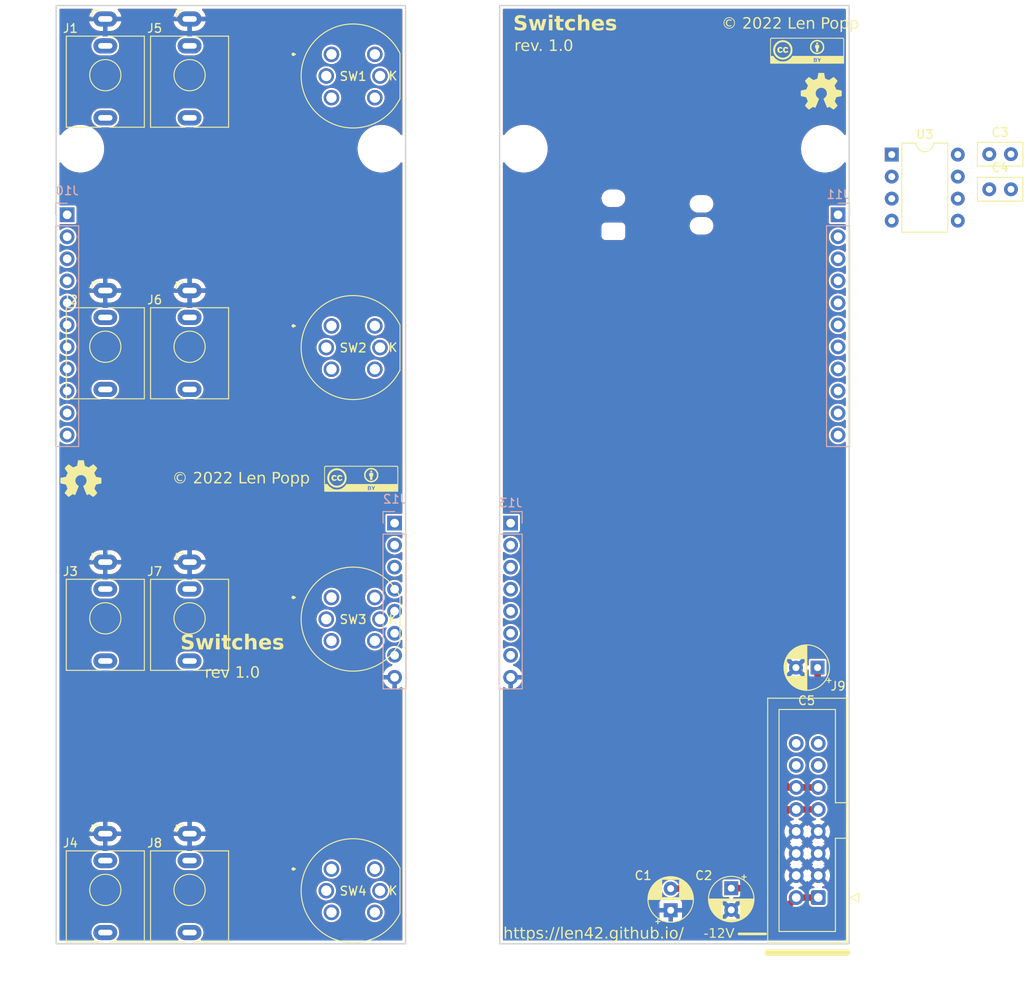
<source format=kicad_pcb>
(kicad_pcb (version 20221018) (generator pcbnew)
  (title_block (title "Switches") (date "2023-10-12") (rev "1.0") (company "Len Popp") (comment 1 "Copyright © 2023 Len Popp CC BY") (comment 2 "Board settings comply with requirements of OSH Park https://oshpark.com/") (comment 3 "Eurorack muting module - 8HP"))
  (layers (0 "F.Cu" signal) (31 "B.Cu" signal) (36 "B.SilkS" user "B.Silkscreen") (37 "F.SilkS" user "F.Silkscreen") (38 "B.Mask" user) (39 "F.Mask" user) (44 "Edge.Cuts" user))
  (property "MODULE" "Switches")
  (net 0 "")
  (net 1 "+12V")
  (net 2 "GND")
  (net 3 "-12V")
  (net 4 "+5V")
  (net 7 "IN-GATE-1")
  (net 9 "OUT-1")
  (net 17 "IN-GATE-2")
  (net 19 "OUT-2")
  (net 20 "IN-GATE-BUS")
  (net 26 "Net-(J10-Pin_2)")
  (net 33 "Net-(J10-Pin_3)")
  (net 34 "Net-(J10-Pin_4)")
  (net 35 "Net-(J10-Pin_5)")
  (net 36 "Net-(J10-Pin_6)")
  (net 37 "Net-(J10-Pin_7)")
  (net 38 "Net-(J10-Pin_8)")
  (net 39 "Net-(J10-Pin_9)")
  (net 40 "Net-(J12-Pin_1)")
  (net 41 "Net-(J12-Pin_2)")
  (net 42 "Net-(J12-Pin_3)")
  (net 43 "Net-(J12-Pin_4)")
  (net 44 "Net-(J12-Pin_5)")
  (net 45 "Net-(J12-Pin_6)")
  (net 46 "Net-(J12-Pin_7)")
  (footprint "-lmp-misc:CP_Radial_D5.0mm_P2.50mm" (layer "F.Cu") (at 178.181 138.621888 -90)
    (fp_text reference "C2" (at -1.461888 3.175) (layer "F.SilkS"))
    (fp_text value "10U")
    (pad "1" thru_hole rect (at 0 0 270) (size 1.6 1.6) (drill 0.8) (layers "*.Cu" "*.Mask") (net 1 "+12V"))
    (pad "2" thru_hole circle (at 2.5 0 270) (size 1.6 1.6) (drill 0.8) (layers "*.Cu" "*.Mask") (net 2 "GND"))
  )
  (footprint "-lmp-synth:Jack_3.5mm_QingPu_WQP-PJ398SM_Vertical" (layer "F.Cu") (at 115.7175 132.334)
    (fp_text reference "J8" (at -4.03 1.08 180) (layer "F.SilkS"))
    (fp_text value "WQP-PJ398")
    (pad "S" thru_hole oval (at 0 0 180) (size 2.75 1.75) (drill oval 1.65 0.65) (layers "*.Cu" "*.Mask") (net 2 "GND"))
    (pad "T" thru_hole oval (at 0 11.4 180) (size 2.75 1.75) (drill oval 1.65 0.65) (layers "*.Cu" "*.Mask"))
    (pad "TN" thru_hole oval (at 0 3.1 180) (size 2.75 1.75) (drill oval 1.65 0.65) (layers "*.Cu" "*.Mask"))
  )
  (footprint "-lmp-misc:CP_Radial_D5.0mm_P2.50mm" (layer "F.Cu") (at 171.196 141.161888 90)
    (fp_text reference "C1" (at 4.001888 -3.175 180) (layer "F.SilkS"))
    (fp_text value "10U")
    (pad "1" thru_hole rect (at 0 0 90) (size 1.6 1.6) (drill 0.8) (layers "*.Cu" "*.Mask") (net 2 "GND"))
    (pad "2" thru_hole circle (at 2.5 0 90) (size 1.6 1.6) (drill 0.8) (layers "*.Cu" "*.Mask") (net 3 "-12V"))
  )
  (footprint "-lmp-synth:Jack_3.5mm_QingPu_WQP-PJ398SM_Vertical" (layer "F.Cu") (at 106 38.384)
    (fp_text reference "J1" (at -4.03 1.08 180) (layer "F.SilkS"))
    (fp_text value "WQP-PJ398")
    (pad "S" thru_hole oval (at 0 0 180) (size 2.75 1.75) (drill oval 1.65 0.65) (layers "*.Cu" "*.Mask") (net 2 "GND"))
    (pad "T" thru_hole oval (at 0 11.4 180) (size 2.75 1.75) (drill oval 1.65 0.65) (layers "*.Cu" "*.Mask") (net 7 "IN-GATE-1"))
    (pad "TN" thru_hole oval (at 0 3.1 180) (size 2.75 1.75) (drill oval 1.65 0.65) (layers "*.Cu" "*.Mask") (net 20 "IN-GATE-BUS"))
  )
  (footprint "-lmp-misc:Logo_CC_BY" (layer "F.Cu") (at 186.9186 42.037)
    (fp_text reference "G1" hide)
    (fp_text value "Logo_CC_BY" hide)
  )
  (footprint "-lmp-holes:MountingHole_PCB_3.2mm_M3" (layer "F.Cu") (at 188.976 53.34)
    (fp_text reference "H4" hide)
    (fp_text value "MountingHole_M3")
    (pad "" np_thru_hole circle locked (at 0 0) (size 3.2 3.2) (drill 3.2) (layers "*.Cu" "*.Mask"))
  )
  (footprint "-lmp-holes:MountingHole_PCB_3.2mm_M3" (layer "F.Cu") (at 103.124 53.34)
    (fp_text reference "H1" hide)
    (fp_text value "MountingHole_M3")
    (pad "" np_thru_hole circle locked (at 0 0) (size 3.2 3.2) (drill 3.2) (layers "*.Cu" "*.Mask"))
  )
  (footprint "-lmp-holes:MountingHole_PCB_3.2mm_M3" (layer "F.Cu") (at 137.836 53.34)
    (fp_text reference "H2" hide)
    (fp_text value "MountingHole_M3")
    (pad "" np_thru_hole circle locked (at 0 0) (size 3.2 3.2) (drill 3.2) (layers "*.Cu" "*.Mask"))
  )
  (footprint "-lmp-holes:MountingHole_PCB_3.2mm_M3" (layer "F.Cu") (at 154.264 53.34)
    (fp_text reference "H3" hide)
    (fp_text value "MountingHole_M3")
    (pad "" np_thru_hole circle locked (at 0 0) (size 3.2 3.2) (drill 3.2) (layers "*.Cu" "*.Mask"))
  )
  (footprint "-lmp-synth:IDC-Header-Eurorack-16-TH" (layer "F.Cu") (at 188.214 139.7 180)
    (fp_text reference "J9" (at -2.286 24.384 180) (layer "F.SilkS"))
    (fp_text value "Conn_Eurorack_16")
    (pad "1" thru_hole roundrect (at 0 0 180) (size 1.7 1.7) (drill 1) (layers "*.Cu" "*.Mask") (roundrect_rratio 0.147059) (net 3 "-12V"))
    (pad "2" thru_hole circle (at 2.54 0 180) (size 1.7 1.7) (drill 1) (layers "*.Cu" "*.Mask") (net 3 "-12V"))
    (pad "3" thru_hole circle (at 0 2.54 180) (size 1.7 1.7) (drill 1) (layers "*.Cu" "*.Mask") (net 2 "GND"))
    (pad "4" thru_hole circle (at 2.54 2.54 180) (size 1.7 1.7) (drill 1) (layers "*.Cu" "*.Mask") (net 2 "GND"))
    (pad "5" thru_hole circle (at 0 5.08 180) (size 1.7 1.7) (drill 1) (layers "*.Cu" "*.Mask") (net 2 "GND"))
    (pad "6" thru_hole circle (at 2.54 5.08 180) (size 1.7 1.7) (drill 1) (layers "*.Cu" "*.Mask") (net 2 "GND"))
    (pad "7" thru_hole circle (at 0 7.62 180) (size 1.7 1.7) (drill 1) (layers "*.Cu" "*.Mask") (net 2 "GND"))
    (pad "8" thru_hole circle (at 2.54 7.62 180) (size 1.7 1.7) (drill 1) (layers "*.Cu" "*.Mask") (net 2 "GND"))
    (pad "9" thru_hole circle (at 0 10.16 180) (size 1.7 1.7) (drill 1) (layers "*.Cu" "*.Mask") (net 1 "+12V"))
    (pad "10" thru_hole circle (at 2.54 10.16 180) (size 1.7 1.7) (drill 1) (layers "*.Cu" "*.Mask") (net 1 "+12V"))
    (pad "11" thru_hole circle (at 0 12.7 180) (size 1.7 1.7) (drill 1) (layers "*.Cu" "*.Mask") (net 4 "+5V"))
    (pad "12" thru_hole circle (at 2.54 12.7 180) (size 1.7 1.7) (drill 1) (layers "*.Cu" "*.Mask") (net 4 "+5V"))
    (pad "13" thru_hole circle (at 0 15.24 180) (size 1.7 1.7) (drill 1) (layers "*.Cu" "*.Mask"))
    (pad "14" thru_hole circle (at 2.54 15.24 180) (size 1.7 1.7) (drill 1) (layers "*.Cu" "*.Mask"))
    (pad "15" thru_hole circle (at 0 17.78 180) (size 1.7 1.7) (drill 1) (layers "*.Cu" "*.Mask"))
    (pad "16" thru_hole circle (at 2.54 17.78 180) (size 1.7 1.7) (drill 1) (layers "*.Cu" "*.Mask"))
  )
  (footprint "-lmp-synth:Jack_3.5mm_QingPu_WQP-PJ398SM_Vertical" (layer "F.Cu") (at 115.7175 101.017333)
    (fp_text reference "J7" (at -4.03 1.08 180) (layer "F.SilkS"))
    (fp_text value "WQP-PJ398")
    (pad "S" thru_hole oval (at 0 0 180) (size 2.75 1.75) (drill oval 1.65 0.65) (layers "*.Cu" "*.Mask") (net 2 "GND"))
    (pad "T" thru_hole oval (at 0 11.4 180) (size 2.75 1.75) (drill oval 1.65 0.65) (layers "*.Cu" "*.Mask"))
    (pad "TN" thru_hole oval (at 0 3.1 180) (size 2.75 1.75) (drill oval 1.65 0.65) (layers "*.Cu" "*.Mask"))
  )
  (footprint "-lmp-synth:Jack_3.5mm_QingPu_WQP-PJ398SM_Vertical" (layer "F.Cu") (at 106 69.700667)
    (fp_text reference "J2" (at -4.03 1.08 180) (layer "F.SilkS"))
    (fp_text value "WQP-PJ398")
    (pad "S" thru_hole oval (at 0 0 180) (size 2.75 1.75) (drill oval 1.65 0.65) (layers "*.Cu" "*.Mask") (net 2 "GND"))
    (pad "T" thru_hole oval (at 0 11.4 180) (size 2.75 1.75) (drill oval 1.65 0.65) (layers "*.Cu" "*.Mask") (net 9 "OUT-1"))
    (pad "TN" thru_hole oval (at 0 3.1 180) (size 2.75 1.75) (drill oval 1.65 0.65) (layers "*.Cu" "*.Mask"))
  )
  (footprint "-lmp-misc:CP_Radial_D5.0mm_P2.50mm" (layer "F.Cu") (at 188.14 113.1824 180)
    (fp_text reference "C5" (at 1.27 -3.81) (layer "F.SilkS"))
    (fp_text value "10U")
    (pad "1" thru_hole rect (at 0 0 180) (size 1.6 1.6) (drill 0.8) (layers "*.Cu" "*.Mask") (net 4 "+5V"))
    (pad "2" thru_hole circle (at 2.5 0 180) (size 1.6 1.6) (drill 0.8) (layers "*.Cu" "*.Mask") (net 2 "GND"))
  )
  (footprint "-lmp-misc:Logo_OSHW" (layer "F.Cu") (at 188.5696 46.736)
    (fp_text reference "G3" hide)
    (fp_text value "Logo_OSHW" hide)
  )
  (footprint "-lmp-misc:Logo_CC_BY" (layer "F.Cu") (at 135.5 91.4)
    (fp_text reference "G2" hide)
    (fp_text value "Logo_CC_BY" hide)
  )
  (footprint "-lmp-misc:Logo_OSHW" (layer "F.Cu") (at 103.2 91.4)
    (fp_text reference "G4" hide)
    (fp_text value "Logo_OSHW" hide)
  )
  (footprint "-lmp-synth:Jack_3.5mm_QingPu_WQP-PJ398SM_Vertical" (layer "F.Cu") (at 115.7175 38.384)
    (fp_text reference "J5" (at -4.03 1.08 180) (layer "F.SilkS"))
    (fp_text value "WQP-PJ398")
    (pad "S" thru_hole oval (at 0 0 180) (size 2.75 1.75) (drill oval 1.65 0.65) (layers "*.Cu" "*.Mask") (net 2 "GND"))
    (pad "T" thru_hole oval (at 0 11.4 180) (size 2.75 1.75) (drill oval 1.65 0.65) (layers "*.Cu" "*.Mask") (net 17 "IN-GATE-2"))
    (pad "TN" thru_hole oval (at 0 3.1 180) (size 2.75 1.75) (drill oval 1.65 0.65) (layers "*.Cu" "*.Mask") (net 7 "IN-GATE-1"))
  )
  (footprint "-lmp-synth:Jack_3.5mm_QingPu_WQP-PJ398SM_Vertical" (layer "F.Cu") (at 115.7175 69.700667)
    (fp_text reference "J6" (at -4.03 1.08 180) (layer "F.SilkS"))
    (fp_text value "WQP-PJ398")
    (pad "S" thru_hole oval (at 0 0 180) (size 2.75 1.75) (drill oval 1.65 0.65) (layers "*.Cu" "*.Mask") (net 2 "GND"))
    (pad "T" thru_hole oval (at 0 11.4 180) (size 2.75 1.75) (drill oval 1.65 0.65) (layers "*.Cu" "*.Mask") (net 19 "OUT-2"))
    (pad "TN" thru_hole oval (at 0 3.1 180) (size 2.75 1.75) (drill oval 1.65 0.65) (layers "*.Cu" "*.Mask"))
  )
  (footprint "-lmp-synth:Jack_3.5mm_QingPu_WQP-PJ398SM_Vertical" (layer "F.Cu") (at 106 101.017333)
    (fp_text reference "J3" (at -4.03 1.08 180) (layer "F.SilkS"))
    (fp_text value "WQP-PJ398")
    (pad "S" thru_hole oval (at 0 0 180) (size 2.75 1.75) (drill oval 1.65 0.65) (layers "*.Cu" "*.Mask") (net 2 "GND"))
    (pad "T" thru_hole oval (at 0 11.4 180) (size 2.75 1.75) (drill oval 1.65 0.65) (layers "*.Cu" "*.Mask"))
    (pad "TN" thru_hole oval (at 0 3.1 180) (size 2.75 1.75) (drill oval 1.65 0.65) (layers "*.Cu" "*.Mask"))
  )
  (footprint "-lmp-synth:Jack_3.5mm_QingPu_WQP-PJ398SM_Vertical" (layer "F.Cu") (at 106 132.334)
    (fp_text reference "J4" (at -4.03 1.08 180) (layer "F.SilkS"))
    (fp_text value "WQP-PJ398")
    (pad "S" thru_hole oval (at 0 0 180) (size 2.75 1.75) (drill oval 1.65 0.65) (layers "*.Cu" "*.Mask") (net 2 "GND"))
    (pad "T" thru_hole oval (at 0 11.4 180) (size 2.75 1.75) (drill oval 1.65 0.65) (layers "*.Cu" "*.Mask"))
    (pad "TN" thru_hole oval (at 0 3.1 180) (size 2.75 1.75) (drill oval 1.65 0.65) (layers "*.Cu" "*.Mask"))
  )
  (footprint "Package_DIP:DIP-8_W7.62mm" (layer "F.Cu") (at 196.687 54.023)
    (fp_text reference "U3" (at 3.81 -2.33) (layer "F.SilkS"))
    (fp_text value "TL072")
    (pad "1" thru_hole rect (at 0 0) (size 1.6 1.6) (drill 0.8) (layers "*.Cu" "*.Mask"))
    (pad "2" thru_hole oval (at 0 2.54) (size 1.6 1.6) (drill 0.8) (layers "*.Cu" "*.Mask"))
    (pad "3" thru_hole oval (at 0 5.08) (size 1.6 1.6) (drill 0.8) (layers "*.Cu" "*.Mask"))
    (pad "4" thru_hole oval (at 0 7.62) (size 1.6 1.6) (drill 0.8) (layers "*.Cu" "*.Mask") (net 3 "-12V"))
    (pad "5" thru_hole oval (at 7.62 7.62) (size 1.6 1.6) (drill 0.8) (layers "*.Cu" "*.Mask"))
    (pad "6" thru_hole oval (at 7.62 5.08) (size 1.6 1.6) (drill 0.8) (layers "*.Cu" "*.Mask"))
    (pad "7" thru_hole oval (at 7.62 2.54) (size 1.6 1.6) (drill 0.8) (layers "*.Cu" "*.Mask"))
    (pad "8" thru_hole oval (at 7.62 0) (size 1.6 1.6) (drill 0.8) (layers "*.Cu" "*.Mask") (net 1 "+12V"))
  )
  (footprint "-lmp-synth:SW_Push_LED_C&K_D6R" (layer "F.Cu") (at 132.08 136.408)
    (fp_text reference "SW4" (at 2.491599 2.54) (layer "F.SilkS") (effects (font (size 1.016 1.016) (thickness 0.1524))))
    (fp_text value "SW_Push_LED_C&K_D6R" hide)
    (fp_text user "K" (at 7.1 2.5 unlocked) (layer "F.SilkS"))
    (pad "1" thru_hole circle (at 0 0) (size 1.8 1.8) (drill 1.2) (layers "*.Cu" "*.Mask"))
    (pad "2" thru_hole circle (at 5 0) (size 1.8 1.8) (drill 1.2) (layers "*.Cu" "*.Mask"))
    (pad "3" thru_hole circle (at 0 5) (size 1.8 1.8) (drill 1.2) (layers "*.Cu" "*.Mask"))
    (pad "4" thru_hole circle (at 5 5) (size 1.8 1.8) (drill 1.2) (layers "*.Cu" "*.Mask"))
    (pad "5" thru_hole circle (at -0.6 2.5) (size 1.8 1.8) (drill 1.2) (layers "*.Cu" "*.Mask"))
    (pad "6" thru_hole circle (at 5.6 2.5) (size 1.8 1.8) (drill 1.2) (layers "*.Cu" "*.Mask"))
  )
  (footprint "-lmp-misc:C_Disc_D5.0mm_W2.5mm_P2.50mm" (layer "F.Cu") (at 207.937 58.023)
    (fp_text reference "C4" (at 1.25 -2.5) (layer "F.SilkS"))
    (fp_text value "100N")
    (pad "1" thru_hole circle (at 0 0) (size 1.6 1.6) (drill 0.8) (layers "*.Cu" "*.Mask") (net 2 "GND"))
    (pad "2" thru_hole circle (at 2.5 0) (size 1.6 1.6) (drill 0.8) (layers "*.Cu" "*.Mask") (net 3 "-12V"))
  )
  (footprint "-lmp-synth:SW_Push_LED_C&K_D6R" (layer "F.Cu") (at 132.08 105.091333)
    (fp_text reference "SW3" (at 2.491599 2.54) (layer "F.SilkS") (effects (font (size 1.016 1.016) (thickness 0.1524))))
    (fp_text value "SW_Push_LED_C&K_D6R" hide)
    (fp_text user "K" (at 7.1 2.5 unlocked) (layer "F.SilkS"))
    (pad "1" thru_hole circle (at 0 0) (size 1.8 1.8) (drill 1.2) (layers "*.Cu" "*.Mask"))
    (pad "2" thru_hole circle (at 5 0) (size 1.8 1.8) (drill 1.2) (layers "*.Cu" "*.Mask"))
    (pad "3" thru_hole circle (at 0 5) (size 1.8 1.8) (drill 1.2) (layers "*.Cu" "*.Mask"))
    (pad "4" thru_hole circle (at 5 5) (size 1.8 1.8) (drill 1.2) (layers "*.Cu" "*.Mask"))
    (pad "5" thru_hole circle (at -0.6 2.5) (size 1.8 1.8) (drill 1.2) (layers "*.Cu" "*.Mask"))
    (pad "6" thru_hole circle (at 5.6 2.5) (size 1.8 1.8) (drill 1.2) (layers "*.Cu" "*.Mask"))
  )
  (footprint "-lmp-misc:C_Disc_D5.0mm_W2.5mm_P2.50mm" (layer "F.Cu") (at 207.937 53.973)
    (fp_text reference "C3" (at 1.25 -2.5) (layer "F.SilkS"))
    (fp_text value "100N")
    (pad "1" thru_hole circle (at 0 0) (size 1.6 1.6) (drill 0.8) (layers "*.Cu" "*.Mask") (net 1 "+12V"))
    (pad "2" thru_hole circle (at 2.5 0) (size 1.6 1.6) (drill 0.8) (layers "*.Cu" "*.Mask") (net 2 "GND"))
  )
  (footprint "-lmp-synth:SW_Push_LED_C&K_D6R" (layer "F.Cu") (at 132.08 42.458)
    (fp_text reference "SW1" (at 2.491599 2.54) (layer "F.SilkS") (effects (font (size 1.016 1.016) (thickness 0.1524))))
    (fp_text value "SW_Push_LED_C&K_D6R" hide)
    (fp_text user "K" (at 7.1 2.5 unlocked) (layer "F.SilkS"))
    (pad "1" thru_hole circle (at 0 0) (size 1.8 1.8) (drill 1.2) (layers "*.Cu" "*.Mask"))
    (pad "2" thru_hole circle (at 5 0) (size 1.8 1.8) (drill 1.2) (layers "*.Cu" "*.Mask"))
    (pad "3" thru_hole circle (at 0 5) (size 1.8 1.8) (drill 1.2) (layers "*.Cu" "*.Mask"))
    (pad "4" thru_hole circle (at 5 5) (size 1.8 1.8) (drill 1.2) (layers "*.Cu" "*.Mask"))
    (pad "5" thru_hole circle (at -0.6 2.5) (size 1.8 1.8) (drill 1.2) (layers "*.Cu" "*.Mask"))
    (pad "6" thru_hole circle (at 5.6 2.5) (size 1.8 1.8) (drill 1.2) (layers "*.Cu" "*.Mask"))
  )
  (footprint "-lmp-synth:SW_Push_LED_C&K_D6R" (layer "F.Cu") (at 132.08 73.774667)
    (fp_text reference "SW2" (at 2.491599 2.54) (layer "F.SilkS") (effects (font (size 1.016 1.016) (thickness 0.1524))))
    (fp_text value "SW_Push_LED_C&K_D6R" hide)
    (fp_text user "K" (at 7.1 2.5 unlocked) (layer "F.SilkS"))
    (pad "1" thru_hole circle (at 0 0) (size 1.8 1.8) (drill 1.2) (layers "*.Cu" "*.Mask"))
    (pad "2" thru_hole circle (at 5 0) (size 1.8 1.8) (drill 1.2) (layers "*.Cu" "*.Mask"))
    (pad "3" thru_hole circle (at 0 5) (size 1.8 1.8) (drill 1.2) (layers "*.Cu" "*.Mask"))
    (pad "4" thru_hole circle (at 5 5) (size 1.8 1.8) (drill 1.2) (layers "*.Cu" "*.Mask"))
    (pad "5" thru_hole circle (at -0.6 2.5) (size 1.8 1.8) (drill 1.2) (layers "*.Cu" "*.Mask"))
    (pad "6" thru_hole circle (at 5.6 2.5) (size 1.8 1.8) (drill 1.2) (layers "*.Cu" "*.Mask"))
  )
  (footprint "Connector_PinSocket_2.54mm:PinSocket_1x11_P2.54mm_Vertical" (layer "B.Cu") (at 101.6 60.96 180)
    (fp_text reference "J10" (at 0 2.77) (layer "B.SilkS") (effects (justify mirror)))
    (fp_text value "Conn_Front_Left_Top")
    (pad "1" thru_hole rect (at 0 0 180) (size 1.7 1.7) (drill 1) (layers "*.Cu" "*.Mask") (net 7 "IN-GATE-1"))
    (pad "2" thru_hole oval (at 0 -2.54 180) (size 1.7 1.7) (drill 1) (layers "*.Cu" "*.Mask") (net 26 "Net-(J10-Pin_2)"))
    (pad "3" thru_hole oval (at 0 -5.08 180) (size 1.7 1.7) (drill 1) (layers "*.Cu" "*.Mask") (net 33 "Net-(J10-Pin_3)"))
    (pad "4" thru_hole oval (at 0 -7.62 180) (size 1.7 1.7) (drill 1) (layers "*.Cu" "*.Mask") (net 34 "Net-(J10-Pin_4)"))
    (pad "5" thru_hole oval (at 0 -10.16 180) (size 1.7 1.7) (drill 1) (layers "*.Cu" "*.Mask") (net 35 "Net-(J10-Pin_5)"))
    (pad "6" thru_hole oval (at 0 -12.7 180) (size 1.7 1.7) (drill 1) (layers "*.Cu" "*.Mask") (net 36 "Net-(J10-Pin_6)"))
    (pad "7" thru_hole oval (at 0 -15.24 180) (size 1.7 1.7) (drill 1) (layers "*.Cu" "*.Mask") (net 37 "Net-(J10-Pin_7)"))
    (pad "8" thru_hole oval (at 0 -17.78 180) (size 1.7 1.7) (drill 1) (layers "*.Cu" "*.Mask") (net 38 "Net-(J10-Pin_8)"))
    (pad "9" thru_hole oval (at 0 -20.32 180) (size 1.7 1.7) (drill 1) (layers "*.Cu" "*.Mask") (net 39 "Net-(J10-Pin_9)"))
    (pad "10" thru_hole oval (at 0 -22.86 180) (size 1.7 1.7) (drill 1) (layers "*.Cu" "*.Mask") (net 4 "+5V"))
    (pad "11" thru_hole oval (at 0 -25.4 180) (size 1.7 1.7) (drill 1) (layers "*.Cu" "*.Mask") (net 20 "IN-GATE-BUS"))
  )
  (footprint "Connector_PinSocket_2.54mm:PinSocket_1x08_P2.54mm_Vertical" (layer "B.Cu") (at 139.36 96.52 180)
    (fp_text reference "J12" (at 0 2.77) (layer "B.SilkS") (effects (justify mirror)))
    (fp_text value "Conn_Front_Right")
    (pad "1" thru_hole rect (at 0 0 180) (size 1.7 1.7) (drill 1) (layers "*.Cu" "*.Mask") (net 40 "Net-(J12-Pin_1)"))
    (pad "2" thru_hole oval (at 0 -2.54 180) (size 1.7 1.7) (drill 1) (layers "*.Cu" "*.Mask") (net 41 "Net-(J12-Pin_2)"))
    (pad "3" thru_hole oval (at 0 -5.08 180) (size 1.7 1.7) (drill 1) (layers "*.Cu" "*.Mask") (net 42 "Net-(J12-Pin_3)"))
    (pad "4" thru_hole oval (at 0 -7.62 180) (size 1.7 1.7) (drill 1) (layers "*.Cu" "*.Mask") (net 43 "Net-(J12-Pin_4)"))
    (pad "5" thru_hole oval (at 0 -10.16 180) (size 1.7 1.7) (drill 1) (layers "*.Cu" "*.Mask") (net 44 "Net-(J12-Pin_5)"))
    (pad "6" thru_hole oval (at 0 -12.7 180) (size 1.7 1.7) (drill 1) (layers "*.Cu" "*.Mask") (net 45 "Net-(J12-Pin_6)"))
    (pad "7" thru_hole oval (at 0 -15.24 180) (size 1.7 1.7) (drill 1) (layers "*.Cu" "*.Mask") (net 46 "Net-(J12-Pin_7)"))
    (pad "8" thru_hole oval (at 0 -17.78 180) (size 1.7 1.7) (drill 1) (layers "*.Cu" "*.Mask") (net 2 "GND"))
  )
  (footprint "Connector_PinHeader_2.54mm:PinHeader_1x11_P2.54mm_Vertical" (layer "B.Cu") (at 190.5 60.96 180)
    (fp_text reference "J11" (at 0 2.33) (layer "B.SilkS") (effects (justify mirror)))
    (fp_text value "Conn_Back_Right_Top")
    (pad "1" thru_hole rect (at 0 0 180) (size 1.7 1.7) (drill 1) (layers "*.Cu" "*.Mask") (net 7 "IN-GATE-1"))
    (pad "2" thru_hole oval (at 0 -2.54 180) (size 1.7 1.7) (drill 1) (layers "*.Cu" "*.Mask") (net 26 "Net-(J10-Pin_2)"))
    (pad "3" thru_hole oval (at 0 -5.08 180) (size 1.7 1.7) (drill 1) (layers "*.Cu" "*.Mask") (net 33 "Net-(J10-Pin_3)"))
    (pad "4" thru_hole oval (at 0 -7.62 180) (size 1.7 1.7) (drill 1) (layers "*.Cu" "*.Mask") (net 34 "Net-(J10-Pin_4)"))
    (pad "5" thru_hole oval (at 0 -10.16 180) (size 1.7 1.7) (drill 1) (layers "*.Cu" "*.Mask") (net 35 "Net-(J10-Pin_5)"))
    (pad "6" thru_hole oval (at 0 -12.7 180) (size 1.7 1.7) (drill 1) (layers "*.Cu" "*.Mask") (net 36 "Net-(J10-Pin_6)"))
    (pad "7" thru_hole oval (at 0 -15.24 180) (size 1.7 1.7) (drill 1) (layers "*.Cu" "*.Mask") (net 37 "Net-(J10-Pin_7)"))
    (pad "8" thru_hole oval (at 0 -17.78 180) (size 1.7 1.7) (drill 1) (layers "*.Cu" "*.Mask") (net 38 "Net-(J10-Pin_8)"))
    (pad "9" thru_hole oval (at 0 -20.32 180) (size 1.7 1.7) (drill 1) (layers "*.Cu" "*.Mask") (net 39 "Net-(J10-Pin_9)"))
    (pad "10" thru_hole oval (at 0 -22.86 180) (size 1.7 1.7) (drill 1) (layers "*.Cu" "*.Mask") (net 4 "+5V"))
    (pad "11" thru_hole oval (at 0 -25.4 180) (size 1.7 1.7) (drill 1) (layers "*.Cu" "*.Mask") (net 20 "IN-GATE-BUS"))
  )
  (footprint "Connector_PinHeader_2.54mm:PinHeader_1x08_P2.54mm_Vertical" (layer "B.Cu") (at 152.74 96.52 180)
    (fp_text reference "J13" (at 0 2.33) (layer "B.SilkS") (effects (justify mirror)))
    (fp_text value "Conn_Back_Left")
    (pad "1" thru_hole rect (at 0 0 180) (size 1.7 1.7) (drill 1) (layers "*.Cu" "*.Mask") (net 40 "Net-(J12-Pin_1)"))
    (pad "2" thru_hole oval (at 0 -2.54 180) (size 1.7 1.7) (drill 1) (layers "*.Cu" "*.Mask") (net 41 "Net-(J12-Pin_2)"))
    (pad "3" thru_hole oval (at 0 -5.08 180) (size 1.7 1.7) (drill 1) (layers "*.Cu" "*.Mask") (net 42 "Net-(J12-Pin_3)"))
    (pad "4" thru_hole oval (at 0 -7.62 180) (size 1.7 1.7) (drill 1) (layers "*.Cu" "*.Mask") (net 43 "Net-(J12-Pin_4)"))
    (pad "5" thru_hole oval (at 0 -10.16 180) (size 1.7 1.7) (drill 1) (layers "*.Cu" "*.Mask") (net 44 "Net-(J12-Pin_5)"))
    (pad "6" thru_hole oval (at 0 -12.7 180) (size 1.7 1.7) (drill 1) (layers "*.Cu" "*.Mask") (net 45 "Net-(J12-Pin_6)"))
    (pad "7" thru_hole oval (at 0 -15.24 180) (size 1.7 1.7) (drill 1) (layers "*.Cu" "*.Mask") (net 46 "Net-(J12-Pin_7)"))
    (pad "8" thru_hole oval (at 0 -17.78 180) (size 1.7 1.7) (drill 1) (layers "*.Cu" "*.Mask") (net 2 "GND"))
  )
  (gr_line (start 182.1434 143.891) (end 179.07 143.891) (stroke (width 0.3048)) (layer "F.SilkS"))
  (gr_line (start 151.470004 145.034) (end 151.470004 36.83) (stroke (width 0.1524)) (layer "Edge.Cuts"))
  (gr_line (start 151.470004 36.83) (end 191.77 36.83) (stroke (width 0.1524)) (layer "Edge.Cuts"))
  (gr_line (start 140.629996 36.83) (end 140.629996 145.034) (stroke (width 0.1524)) (layer "Edge.Cuts"))
  (gr_line (start 140.629996 145.034) (end 100.33 145.034) (stroke (width 0.1524)) (layer "Edge.Cuts"))
  (gr_line (start 100.33 36.83) (end 140.629996 36.83) (stroke (width 0.1524)) (layer "Edge.Cuts"))
  (gr_line (start 191.77 145.034) (end 151.470004 145.034) (stroke (width 0.1524)) (layer "Edge.Cuts"))
  (gr_line (start 191.77 36.83) (end 191.77 145.034) (stroke (width 0.1524)) (layer "Edge.Cuts"))
  (gr_line (start 100.33 145.034) (end 100.33 36.83) (stroke (width 0.1524)) (layer "Edge.Cuts"))
  (gr_text "© 2022 Len Popp" (at 177.038 38.9636) (layer "F.SilkS") (effects (font (size 1.3 1.3)) (justify left)))
  (gr_text "-12V" (at 178.562 143.891) (layer "F.SilkS") (effects (font (size 1.1 1.1)) (justify right)))
  (gr_text "${MODULE}" (at 153.035 38.989) (layer "F.SilkS") (effects (font (size 1.7 1.7) (thickness 0.34) bold) (justify left)))
  (gr_text "${MODULE}" (at 120.65 110.38) (layer "F.SilkS") (effects (font (size 1.7 1.7) (thickness 0.34) bold)))
  (gr_text "rev ${REVISION}" (at 120.65 113.809) (layer "F.SilkS") (effects (font (size 1.3 1.3))))
  (gr_text "© 2022 Len Popp" (at 113.7 91.4) (layer "F.SilkS") (effects (font (size 1.3 1.3)) (justify left)))
  (gr_text "https://len42.github.io/" (at 151.892 143.891) (layer "F.SilkS") (effects (font (size 1.3 1.3)) (justify left)))
  (gr_text "rev. ${REVISION}" (at 153.162 41.529) (layer "F.SilkS") (effects (font (size 1.3 1.3)) (justify left)))
  (segment (start 185.674 129.54) (end 188.214 129.54) (width 0.762) (layer "F.Cu") (net 1))
  (segment (start 181.037112 138.621888) (end 178.181 138.621888) (width 0.762) (layer "F.Cu") (net 1))
  (segment (start 183.1848 131.1402) (end 183.1848 136.4742) (width 0.762) (layer "F.Cu") (net 1))
  (segment (start 184.785 129.54) (end 183.1848 131.1402) (width 0.762) (layer "F.Cu") (net 1))
  (segment (start 185.674 129.54) (end 184.785 129.54) (width 0.762) (layer "F.Cu") (net 1))
  (segment (start 183.1848 136.4742) (end 181.037112 138.621888) (width 0.762) (layer "F.Cu") (net 1))
  (segment (start 183.4515 141.9225) (end 182.8038 142.5702) (width 0.762) (layer "F.Cu") (net 3))
  (segment (start 177.546 143.51) (end 172.697888 138.661888) (width 0.762) (layer "F.Cu") (net 3))
  (segment (start 172.697888 138.661888) (end 171.196 138.661888) (width 0.762) (layer "F.Cu") (net 3))
  (segment (start 185.674 139.7) (end 183.4515 141.9225) (width 0.762) (layer "F.Cu") (net 3))
  (segment (start 185.674 139.7) (end 188.214 139.7) (width 0.762) (layer "F.Cu") (net 3))
  (segment (start 181.864 143.51) (end 177.546 143.51) (width 0.762) (layer "F.Cu") (net 3))
  (segment (start 183.4515 141.9225) (end 181.864 143.51) (width 0.762) (layer "F.Cu") (net 3))
  (segment (start 188.14 113.1824) (end 188.14 115.39) (width 0.762) (layer "F.Cu") (net 4))
  (segment (start 184.785 127) (end 183.1848 125.3998) (width 0.762) (layer "F.Cu") (net 4))
  (segment (start 183.1848 125.3998) (end 183.1848 120.904) (width 0.762) (layer "F.Cu") (net 4))
  (segment (start 185.674 127) (end 184.785 127) (width 0.762) (layer "F.Cu") (net 4))
  (segment (start 188.14 115.39) (end 183.1848 120.3452) (width 0.762) (layer "F.Cu") (net 4))
  (segment (start 185.674 127) (end 188.214 127) (width 0.762) (layer "F.Cu") (net 4))
  (segment (start 183.1848 120.3452) (end 183.1848 120.904) (width 0.762) (layer "F.Cu") (net 4))
  (zone (net 0) (net_name "") (layer "F.Cu") (connect_pads (clearance 0)) (min_thickness 0.254)
    (keepout (tracks not_allowed) (vias not_allowed) (pads allowed) (copperpour not_allowed) (footprints allowed))
    (fill (thermal_gap 0.508) (thermal_bridge_width 0.508))
    (polygon (pts (xy 115.7161 108.9886) (xy 116.1796 108.9152) (xy 116.5978 108.7021) (xy 116.9296 108.3703) (xy 117.1427 107.9521) (xy 117.2161 107.4886) (xy 117.1427 107.0251) (xy 116.9296 106.6069) (xy 116.5978 106.2751) (xy 116.1796 106.062) (xy 115.7161 105.9886) (xy 115.2526 106.062) (xy 114.8344 106.2751) (xy 114.5026 106.6069) (xy 114.2895 107.0251) (xy 114.2161 107.4886) (xy 114.2895 107.9521) (xy 114.5026 108.3703) (xy 114.8344 108.7021) (xy 115.2526 108.9152)))
  )
  (zone (net 0) (net_name "") (layer "F.Cu") (connect_pads (clearance 0)) (min_thickness 0.254)
    (keepout (tracks not_allowed) (vias not_allowed) (pads allowed) (copperpour not_allowed) (footprints allowed))
    (fill (thermal_gap 0.508) (thermal_bridge_width 0.508))
    (polygon (pts (xy 105.985929 46.3606) (xy 106.449429 46.2872) (xy 106.867629 46.0741) (xy 107.199429 45.7423) (xy 107.412529 45.3241) (xy 107.485929 44.8606) (xy 107.412529 44.3971) (xy 107.199429 43.9789) (xy 106.867629 43.6471) (xy 106.449429 43.434) (xy 105.985929 43.3606) (xy 105.522429 43.434) (xy 105.104229 43.6471) (xy 104.772429 43.9789) (xy 104.559329 44.3971) (xy 104.485929 44.8606) (xy 104.559329 45.3241) (xy 104.772429 45.7423) (xy 105.104229 46.0741) (xy 105.522429 46.2872)))
  )
  (zone (net 0) (net_name "") (layer "F.Cu") (connect_pads (clearance 0)) (min_thickness 0.254)
    (keepout (tracks not_allowed) (vias not_allowed) (pads allowed) (copperpour not_allowed) (footprints allowed))
    (fill (thermal_gap 0.508) (thermal_bridge_width 0.508))
    (polygon (pts (xy 106.002639 140.312402) (xy 106.466139 140.239002) (xy 106.884339 140.025902) (xy 107.216139 139.694102) (xy 107.429239 139.275902) (xy 107.502639 138.812402) (xy 107.429239 138.348902) (xy 107.216139 137.930702) (xy 106.884339 137.598902) (xy 106.466139 137.385802) (xy 106.002639 137.312402) (xy 105.539139 137.385802) (xy 105.120939 137.598902) (xy 104.789139 137.930702) (xy 104.576039 138.348902) (xy 104.502639 138.812402) (xy 104.576039 139.275902) (xy 104.789139 139.694102) (xy 105.120939 140.025902) (xy 105.539139 140.239002)))
  )
  (zone (net 0) (net_name "") (layer "F.Cu") (connect_pads (clearance 0)) (min_thickness 0.254)
    (keepout (tracks not_allowed) (vias not_allowed) (pads allowed) (copperpour not_allowed) (footprints allowed))
    (fill (thermal_gap 0.508) (thermal_bridge_width 0.508))
    (polygon (pts (xy 115.697 77.6732) (xy 116.1605 77.5998) (xy 116.5787 77.3867) (xy 116.9105 77.0549) (xy 117.1236 76.6367) (xy 117.197 76.1732) (xy 117.1236 75.7097) (xy 116.9105 75.2915) (xy 116.5787 74.9597) (xy 116.1605 74.7466) (xy 115.697 74.6732) (xy 115.2335 74.7466) (xy 114.8153 74.9597) (xy 114.4835 75.2915) (xy 114.2704 75.7097) (xy 114.197 76.1732) (xy 114.2704 76.6367) (xy 114.4835 77.0549) (xy 114.8153 77.3867) (xy 115.2335 77.5998)))
  )
  (zone (net 0) (net_name "") (layer "F.Cu") (connect_pads (clearance 0)) (min_thickness 0.254)
    (keepout (tracks not_allowed) (vias not_allowed) (pads allowed) (copperpour not_allowed) (footprints allowed))
    (fill (thermal_gap 0.508) (thermal_bridge_width 0.508))
    (polygon (pts (xy 105.9928 77.7) (xy 106.4563 77.6266) (xy 106.8745 77.4135) (xy 107.2063 77.0817) (xy 107.4194 76.6635) (xy 107.4928 76.2) (xy 107.4194 75.7365) (xy 107.2063 75.3183) (xy 106.8745 74.9865) (xy 106.4563 74.7734) (xy 105.9928 74.7) (xy 105.5293 74.7734) (xy 105.1111 74.9865) (xy 104.7793 75.3183) (xy 104.5662 75.7365) (xy 104.4928 76.2) (xy 104.5662 76.6635) (xy 104.7793 77.0817) (xy 105.1111 77.4135) (xy 105.5293 77.6266)))
  )
  (zone (net 0) (net_name "") (layer "F.Cu") (connect_pads (clearance 0)) (min_thickness 0.254)
    (keepout (tracks not_allowed) (vias not_allowed) (pads allowed) (copperpour not_allowed) (footprints allowed))
    (fill (thermal_gap 0.508) (thermal_bridge_width 0.508))
    (polygon (pts (xy 106.0139 109.0001) (xy 106.4774 108.9267) (xy 106.8956 108.7136) (xy 107.2274 108.3818) (xy 107.4405 107.9636) (xy 107.5139 107.5001) (xy 107.4405 107.0366) (xy 107.2274 106.6184) (xy 106.8956 106.2866) (xy 106.4774 106.0735) (xy 106.0139 106.0001) (xy 105.5504 106.0735) (xy 105.1322 106.2866) (xy 104.8004 106.6184) (xy 104.5873 107.0366) (xy 104.5139 107.5001) (xy 104.5873 107.9636) (xy 104.8004 108.3818) (xy 105.1322 108.7136) (xy 105.5504 108.9267)))
  )
  (zone (net 0) (net_name "") (layer "F.Cu") (connect_pads (clearance 0)) (min_thickness 0.254)
    (keepout (tracks not_allowed) (vias not_allowed) (pads allowed) (copperpour not_allowed) (footprints allowed))
    (fill (thermal_gap 0.508) (thermal_bridge_width 0.508))
    (polygon (pts (xy 115.7281 46.3891) (xy 116.1916 46.3157) (xy 116.6098 46.1026) (xy 116.9416 45.7708) (xy 117.1547 45.3526) (xy 117.2281 44.8891) (xy 117.1547 44.4256) (xy 116.9416 44.0074) (xy 116.6098 43.6756) (xy 116.1916 43.4625) (xy 115.7281 43.3891) (xy 115.2646 43.4625) (xy 114.8464 43.6756) (xy 114.5146 44.0074) (xy 114.3015 44.4256) (xy 114.2281 44.8891) (xy 114.3015 45.3526) (xy 114.5146 45.7708) (xy 114.8464 46.1026) (xy 115.2646 46.3157)))
  )
  (zone (net 0) (net_name "") (layer "F.Cu") (connect_pads (clearance 0)) (min_thickness 0.254)
    (keepout (tracks not_allowed) (vias not_allowed) (pads allowed) (copperpour not_allowed) (footprints allowed))
    (fill (thermal_gap 0.508) (thermal_bridge_width 0.508))
    (polygon (pts (xy 115.7266 140.315729) (xy 116.1901 140.242329) (xy 116.6083 140.029229) (xy 116.9401 139.697429) (xy 117.1532 139.279229) (xy 117.2266 138.815729) (xy 117.1532 138.352229) (xy 116.9401 137.934029) (xy 116.6083 137.602229) (xy 116.1901 137.389129) (xy 115.7266 137.315729) (xy 115.2631 137.389129) (xy 114.8449 137.602229) (xy 114.5131 137.934029) (xy 114.3 138.352229) (xy 114.2266 138.815729) (xy 114.3 139.279229) (xy 114.5131 139.697429) (xy 114.8449 140.029229) (xy 115.2631 140.242329)))
  )
  (zone (net 2) (net_name "GND") (layers "F&B.Cu") (connect_pads (clearance 0.2032)) (min_thickness 0.2032) (fill yes (thermal_gap 0.508) (thermal_bridge_width 0.508))
    (polygon (pts (xy 192.405 145.415) (xy 150.495 145.415) (xy 150.495 36.195) (xy 192.405 36.195)))
  )
  (zone (net 2) (net_name "GND") (layers "F&B.Cu") (connect_pads (clearance 0.2032)) (min_thickness 0.2032) (fill yes (thermal_gap 0.508) (thermal_bridge_width 0.508))
    (polygon (pts (xy 141.605 145.415) (xy 99.695 145.415) (xy 99.695 36.195) (xy 141.605 36.195)))
  )
)
</source>
